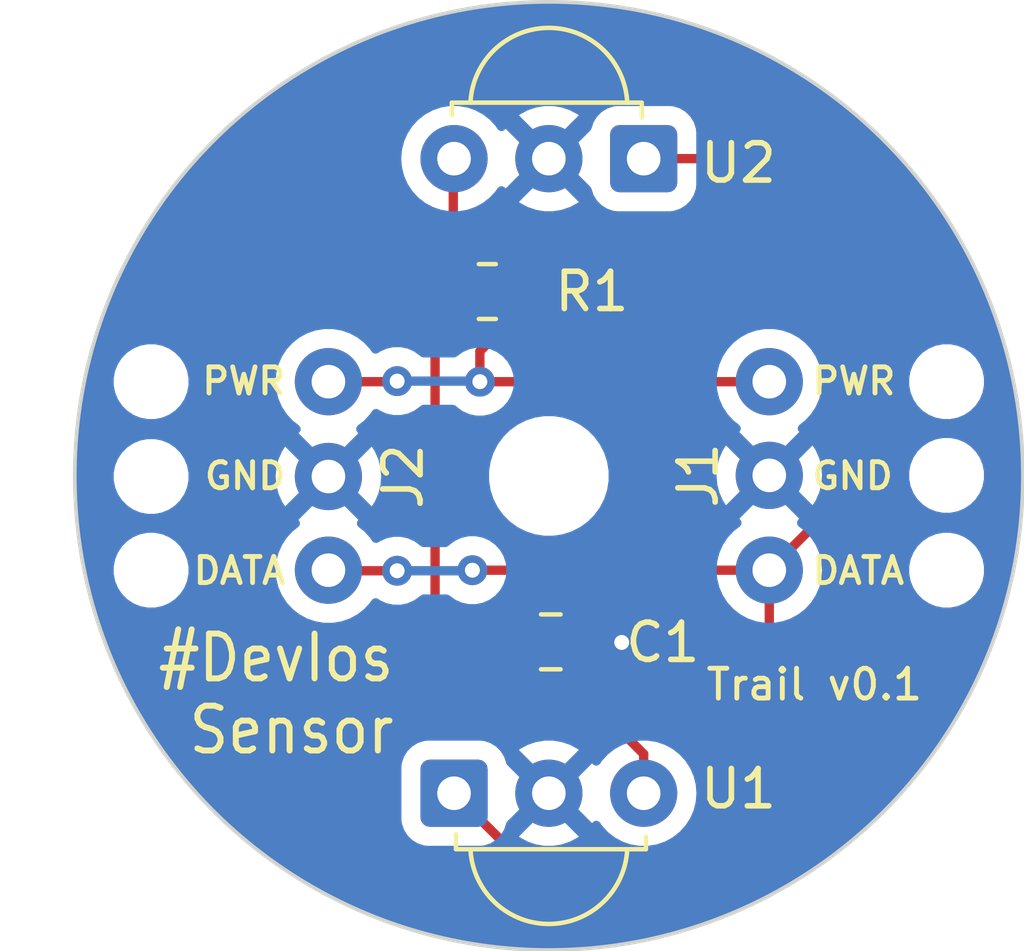
<source format=kicad_pcb>
(kicad_pcb (version 20240108) (generator "pcbnew") (generator_version "8.0")
  (layers (0 "F.Cu" signal) (31 "B.Cu" signal) (34 "B.Paste" user) (35 "F.Paste" user) (36 "B.SilkS" user "B.Silkscreen") (37 "F.SilkS" user "F.Silkscreen") (38 "B.Mask" user) (39 "F.Mask" user) (44 "Edge.Cuts" user))
  (net 0 "")
  (net 1 "GND")
  (net 2 "Net-(J1-Pin_3)")
  (net 3 "Net-(U1-Vs)")
  (net 4 "Net-(J1-Pin_1)")
  (footprint "OptoDevice:Vishay_MINICAST-3Pin" (layer "F.Cu") (at 142.24 87.24)
    (property "Reference" "U1" (at 7.62 -0.118 180) (layer "F.SilkS"))
    (property "Value" "TSOP38438" (hide yes))
    (fp_line (start 0.05 1.1) (end 0.05 1.44) (stroke (width 0.12)) (layer "F.SilkS"))
    (fp_line (start 5.14 1.16) (end 5.14 1.5) (stroke (width 0.12)) (layer "F.SilkS"))
    (fp_line (start 5.14 1.5) (end 0.05 1.5) (stroke (width 0.12)) (layer "F.SilkS"))
    (fp_arc (start 4.64 1.5) (mid 2.540869 3.502378) (end 0.440083 1.501736) (stroke (width 0.12)) (layer "F.SilkS"))
    (pad "1" thru_hole roundrect (at 0 0) (size 1.8 1.8) (drill 0.9) (layers "*.Cu" "*.Mask") (roundrect_rratio 0.139) (net 4 "Net-(J1-Pin_1)"))
    (pad "2" thru_hole circle (at 2.54 0) (size 1.8 1.8) (drill 0.9) (layers "*.Cu" "*.Mask") (net 1 "GND"))
    (pad "3" thru_hole circle (at 5.08 0) (size 1.8 1.8) (drill 0.9) (layers "*.Cu" "*.Mask") (net 3 "Net-(U1-Vs)"))
  )
  (footprint "Connector_Wire:SolderWire-0.1sqmm_1x03_P3.6mm_D0.4mm_OD1mm_Relief" (layer "F.Cu") (at 138.875 75.155 -90)
    (property "Reference" "J2" (at 3.6 -2 90) (layer "F.SilkS"))
    (property "Value" "Conn_01x03_Male")
    (pad "" np_thru_hole circle (at 1.06 4.75 270) (size 1.5 1.5) (drill 1.5) (layers "*.Cu" "*.Mask"))
    (pad "" np_thru_hole circle (at 3.6 4.75 270) (size 1.5 1.5) (drill 1.5) (layers "*.Cu" "*.Mask"))
    (pad "" np_thru_hole circle (at 6.11 4.75 270) (size 1.5 1.5) (drill 1.5) (layers "*.Cu" "*.Mask"))
    (pad "1" thru_hole circle (at 1.06 0 270) (size 1.8 1.8) (drill 0.9) (layers "*.Cu" "*.Mask") (net 2 "Net-(J1-Pin_3)"))
    (pad "2" thru_hole circle (at 3.6 0 270) (size 1.8 1.8) (drill 0.9) (layers "*.Cu" "*.Mask") (net 1 "GND"))
    (pad "3" thru_hole circle (at 6.11 0 270) (size 1.8 1.8) (drill 0.9) (layers "*.Cu" "*.Mask") (net 4 "Net-(J1-Pin_1)"))
  )
  (footprint "MountingHole:MountingHole_2.7mm" (layer "F.Cu") (at 144.78 78.74)
    (property "Reference" "REF**" (hide yes))
    (property "Value" "MountingHole_2.7mm" (hide yes))
    (pad "" np_thru_hole circle (at 0 0) (size 2.7 2.7) (drill 2.7) (layers "*.Cu" "*.Mask"))
  )
  (footprint "OptoDevice:Vishay_MINICAST-3Pin" (layer "F.Cu") (at 147.32 70.24 180)
    (property "Reference" "U2" (at -2.54 -0.118 180) (layer "F.SilkS"))
    (property "Value" "TSOP38438" (hide yes))
    (fp_line (start 5.14 1.5) (end 0.05 1.5) (stroke (width 0.12)) (layer "F.SilkS"))
    (fp_line (start 5.14 1.16) (end 5.14 1.5) (stroke (width 0.12)) (layer "F.SilkS"))
    (fp_line (start 0.05 1.1) (end 0.05 1.44) (stroke (width 0.12)) (layer "F.SilkS"))
    (fp_arc (start 4.64 1.5) (mid 2.540869 3.502378) (end 0.440083 1.501736) (stroke (width 0.12)) (layer "F.SilkS"))
    (pad "1" thru_hole roundrect (at 0 0 180) (size 1.8 1.8) (drill 0.9) (layers "*.Cu" "*.Mask") (roundrect_rratio 0.139) (net 4 "Net-(J1-Pin_1)"))
    (pad "2" thru_hole circle (at 2.54 0 180) (size 1.8 1.8) (drill 0.9) (layers "*.Cu" "*.Mask") (net 1 "GND"))
    (pad "3" thru_hole circle (at 5.08 0 180) (size 1.8 1.8) (drill 0.9) (layers "*.Cu" "*.Mask") (net 3 "Net-(U1-Vs)"))
  )
  (footprint "Resistor_SMD:R_0805_2012Metric" (layer "F.Cu") (at 143.132 73.8)
    (property "Reference" "R1" (at 2.8 0 0) (layer "F.SilkS"))
    (property "Value" "100R")
    (fp_line (start -0.227064 -0.735) (end 0.227064 -0.735) (stroke (width 0.12)) (layer "F.SilkS"))
    (fp_line (start -0.227064 0.735) (end 0.227064 0.735) (stroke (width 0.12)) (layer "F.SilkS"))
    (pad "1" smd roundrect (at -0.9125 0) (size 1.025 1.4) (layers "F.Cu" "F.Paste" "F.Mask") (roundrect_rratio 0.243902) (net 3 "Net-(U1-Vs)"))
    (pad "2" smd roundrect (at 0.9125 0) (size 1.025 1.4) (layers "F.Cu" "F.Paste" "F.Mask") (roundrect_rratio 0.243902) (net 2 "Net-(J1-Pin_3)"))
  )
  (footprint "Connector_Wire:SolderWire-0.1sqmm_1x03_P3.6mm_D0.4mm_OD1mm_Relief" (layer "F.Cu") (at 150.685 81.265 90)
    (property "Reference" "J1" (at 2.54 -1.905 90) (layer "F.SilkS"))
    (property "Value" "Conn_01x03_Male" (hide yes))
    (pad "" np_thru_hole circle (at 0 4.75 90) (size 1.5 1.5) (drill 1.5) (layers "*.Cu" "*.Mask"))
    (pad "" np_thru_hole circle (at 2.54 4.75 90) (size 1.5 1.5) (drill 1.5) (layers "*.Cu" "*.Mask"))
    (pad "" np_thru_hole circle (at 5.05 4.75 90) (size 1.5 1.5) (drill 1.5) (layers "*.Cu" "*.Mask"))
    (pad "1" thru_hole circle (at 0 0 90) (size 1.8 1.8) (drill 0.9) (layers "*.Cu" "*.Mask") (net 4 "Net-(J1-Pin_1)"))
    (pad "2" thru_hole circle (at 2.54 0 90) (size 1.8 1.8) (drill 0.9) (layers "*.Cu" "*.Mask") (net 1 "GND"))
    (pad "3" thru_hole circle (at 5.05 0 90) (size 1.8 1.8) (drill 0.9) (layers "*.Cu" "*.Mask") (net 2 "Net-(J1-Pin_3)"))
  )
  (footprint "Capacitor_SMD:C_0805_2012Metric" (layer "F.Cu") (at 144.832 83.185)
    (property "Reference" "C1" (at 3 0.015 0) (layer "F.SilkS"))
    (property "Value" "100nF")
    (fp_line (start -0.261252 -0.735) (end 0.261252 -0.735) (stroke (width 0.12)) (layer "F.SilkS"))
    (fp_line (start -0.261252 0.735) (end 0.261252 0.735) (stroke (width 0.12)) (layer "F.SilkS"))
    (pad "1" smd roundrect (at -0.95 0) (size 1 1.45) (layers "F.Cu" "F.Paste" "F.Mask") (net 3 "Net-(U1-Vs)"))
    (pad "2" smd roundrect (at 0.95 0) (size 1 1.45) (layers "F.Cu" "F.Paste" "F.Mask") (net 1 "GND"))
  )
  (gr_circle (center 144.78 78.74) (end 157.48 78.74) (stroke (width 0.1)) (fill none) (layer "Edge.Cuts"))
  (gr_text "GND" (at 151.765 78.74 0) (layer "F.SilkS") (effects (font (size 0.7 0.7) (thickness 0.13)) (justify left)))
  (gr_text "DATA" (at 151.765 81.28 0) (layer "F.SilkS") (effects (font (size 0.7 0.7) (thickness 0.13)) (justify left)))
  (gr_text "PWR" (at 151.765 76.2 0) (layer "F.SilkS") (effects (font (size 0.7 0.7) (thickness 0.13)) (justify left)))
  (gr_text "PWR" (at 137.795 76.2 0) (layer "F.SilkS") (effects (font (size 0.7 0.7) (thickness 0.13)) (justify right)))
  (gr_text "GND" (at 137.795 78.74 0) (layer "F.SilkS") (effects (font (size 0.7 0.7) (thickness 0.13)) (justify right)))
  (gr_text "Trail v0.1" (at 151.892 84.328 0) (layer "F.SilkS") (effects (font (size 0.8 0.8) (thickness 0.13))))
  (gr_text "DATA" (at 137.795 81.28 0) (layer "F.SilkS") (effects (font (size 0.7 0.7) (thickness 0.13)) (justify right)))
  (gr_text "#DevIos\n Sensor" (at 134.232 84.582 0) (layer "F.SilkS") (effects (font (size 1.2 1.08) (thickness 0.16)) (justify left)))
  (segment (start 145.782 83.185) (end 146.717 83.185) (width 0.8) (layer "F.Cu") (net 1))
  (segment (start 146.717 83.185) (end 146.732 83.2) (width 0.8) (layer "F.Cu") (net 1))
  (via (at 146.732 83.2) (size 0.8) (drill 0.4) (layers "F.Cu" "B.Cu") (net 1))
  (segment (start 144.0445 74.2875) (end 144.0445 73.8) (width 0.25) (layer "F.Cu") (net 2))
  (segment (start 140.701 76.215) (end 140.716 76.2) (width 0.25) (layer "F.Cu") (net 2))
  (segment (start 142.932 76.215) (end 150.685 76.215) (width 0.25) (layer "F.Cu") (net 2))
  (segment (start 142.932 75.4) (end 144.0445 74.2875) (width 0.25) (layer "F.Cu") (net 2))
  (segment (start 138.875 76.215) (end 140.701 76.215) (width 0.25) (layer "F.Cu") (net 2))
  (segment (start 142.932 76.215) (end 142.932 75.4) (width 0.25) (layer "F.Cu") (net 2))
  (via (at 142.932 76.215) (size 0.8) (drill 0.4) (layers "F.Cu" "B.Cu") (net 2))
  (via (at 140.716 76.2) (size 0.8) (drill 0.4) (layers "F.Cu" "B.Cu") (net 2))
  (segment (start 142.917 76.2) (end 142.932 76.215) (width 0.25) (layer "B.Cu") (net 2))
  (segment (start 140.716 76.2) (end 142.917 76.2) (width 0.25) (layer "B.Cu") (net 2))
  (segment (start 143.882 84.15) (end 143.882 83.185) (width 0.25) (layer "F.Cu") (net 3))
  (segment (start 142.2195 70.2605) (end 142.24 70.24) (width 0.25) (layer "F.Cu") (net 3))
  (segment (start 147.32 87.24) (end 147.32 86.188) (width 0.25) (layer "F.Cu") (net 3))
  (segment (start 146.332 85.2) (end 144.932 85.2) (width 0.25) (layer "F.Cu") (net 3))
  (segment (start 141.732 75.1) (end 142.2195 74.6125) (width 0.25) (layer "F.Cu") (net 3))
  (segment (start 141.732 82.1) (end 141.732 75.1) (width 0.25) (layer "F.Cu") (net 3))
  (segment (start 142.2195 74.6125) (end 142.2195 73.8) (width 0.25) (layer "F.Cu") (net 3))
  (segment (start 147.32 86.188) (end 146.332 85.2) (width 0.25) (layer "F.Cu") (net 3))
  (segment (start 142.817 83.185) (end 141.732 82.1) (width 0.25) (layer "F.Cu") (net 3))
  (segment (start 143.882 83.185) (end 142.817 83.185) (width 0.25) (layer "F.Cu") (net 3))
  (segment (start 144.932 85.2) (end 143.882 84.15) (width 0.25) (layer "F.Cu") (net 3))
  (segment (start 142.2195 73.8) (end 142.2195 70.2605) (width 0.25) (layer "F.Cu") (net 3))
  (segment (start 142.24 87.24) (end 144.78 89.78) (width 0.25) (layer "F.Cu") (net 4))
  (segment (start 142.732 81.265) (end 150.685 81.265) (width 0.25) (layer "F.Cu") (net 4))
  (segment (start 140.716 81.28) (end 138.89 81.28) (width 0.25) (layer "F.Cu") (net 4))
  (segment (start 152.4 79.55) (end 152.4 73.66) (width 0.25) (layer "F.Cu") (net 4))
  (segment (start 147.71 89.78) (end 149.86 87.63) (width 0.25) (layer "F.Cu") (net 4))
  (segment (start 147.32 70.24) (end 148.98 70.24) (width 0.25) (layer "F.Cu") (net 4))
  (segment (start 150.685 86.805) (end 150.685 81.265) (width 0.25) (layer "F.Cu") (net 4))
  (segment (start 149.86 87.63) (end 150.685 86.805) (width 0.25) (layer "F.Cu") (net 4))
  (segment (start 150.685 81.265) (end 152.4 79.55) (width 0.25) (layer "F.Cu") (net 4))
  (segment (start 148.98 70.24) (end 152.4 73.66) (width 0.25) (layer "F.Cu") (net 4))
  (segment (start 138.89 81.28) (end 138.875 81.265) (width 0.25) (layer "F.Cu") (net 4))
  (segment (start 144.78 89.78) (end 147.71 89.78) (width 0.25) (layer "F.Cu") (net 4))
  (via (at 142.732 81.265) (size 0.8) (drill 0.4) (layers "F.Cu" "B.Cu") (net 4))
  (via (at 140.716 81.28) (size 0.8) (drill 0.4) (layers "F.Cu" "B.Cu") (net 4))
  (segment (start 142.717 81.28) (end 142.732 81.265) (width 0.25) (layer "B.Cu") (net 4))
  (segment (start 140.716 81.28) (end 142.717 81.28) (width 0.25) (layer "B.Cu") (net 4))
  (zone (net 1) (net_name "GND") (layer "B.Cu") (connect_pads (clearance 0.508)) (min_thickness 0.254) (fill yes (thermal_gap 0.508) (thermal_bridge_width 0.508))
    (polygon (pts (xy 157.48 91.44) (xy 132.08 91.44) (xy 132.08 66.04) (xy 157.48 66.04)))
  )
)
</source>
